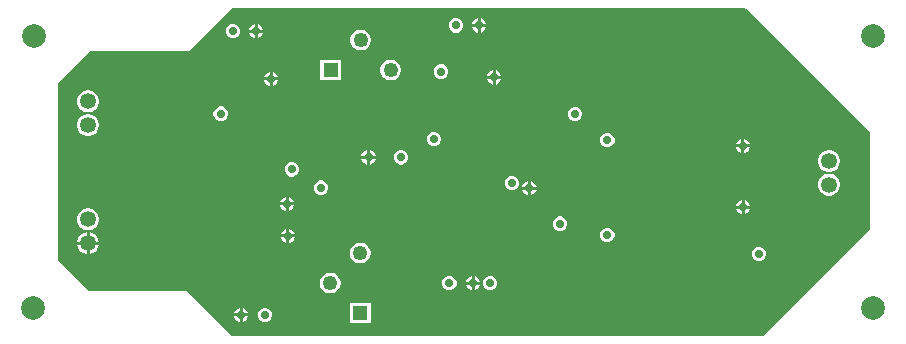
<source format=gbr>
G04*
G04 #@! TF.GenerationSoftware,Altium Limited,Altium Designer,23.8.1 (32)*
G04*
G04 Layer_Physical_Order=3*
G04 Layer_Color=16440176*
%FSLAX43Y43*%
%MOMM*%
G71*
G04*
G04 #@! TF.SameCoordinates,4157314E-2F8B-4695-BFB2-F8FC6B21436D*
G04*
G04*
G04 #@! TF.FilePolarity,Positive*
G04*
G01*
G75*
%ADD42C,1.350*%
%ADD43C,2.000*%
%ADD44R,1.250X1.250*%
%ADD45C,1.250*%
%ADD46R,1.250X1.250*%
%ADD47C,0.700*%
G36*
X73800Y17925D02*
X73800Y9750D01*
X64750Y700D01*
X19775D01*
X15975Y4500D01*
X7625D01*
X5050Y7075D01*
Y22075D01*
X7825Y24850D01*
X16175D01*
X19800Y28475D01*
X63250D01*
X73800Y17925D01*
D02*
G37*
%LPC*%
G36*
X40887Y27576D02*
Y27102D01*
X41361D01*
X41272Y27317D01*
X41102Y27487D01*
X40887Y27576D01*
D02*
G37*
G36*
X40633D02*
X40418Y27487D01*
X40248Y27317D01*
X40159Y27102D01*
X40633D01*
Y27576D01*
D02*
G37*
G36*
X22002Y27076D02*
Y26602D01*
X22476D01*
X22387Y26817D01*
X22217Y26987D01*
X22002Y27076D01*
D02*
G37*
G36*
X21748D02*
X21533Y26987D01*
X21363Y26817D01*
X21274Y26602D01*
X21748D01*
Y27076D01*
D02*
G37*
G36*
X41361Y26848D02*
X40887D01*
Y26374D01*
X41102Y26463D01*
X41272Y26633D01*
X41361Y26848D01*
D02*
G37*
G36*
X40633D02*
X40159D01*
X40248Y26633D01*
X40418Y26463D01*
X40633Y26374D01*
Y26848D01*
D02*
G37*
G36*
X38880Y27579D02*
X38640D01*
X38418Y27487D01*
X38248Y27317D01*
X38156Y27095D01*
Y26855D01*
X38248Y26633D01*
X38418Y26463D01*
X38640Y26371D01*
X38880D01*
X39102Y26463D01*
X39272Y26633D01*
X39364Y26855D01*
Y27095D01*
X39272Y27317D01*
X39102Y27487D01*
X38880Y27579D01*
D02*
G37*
G36*
X22476Y26348D02*
X22002D01*
Y25874D01*
X22217Y25963D01*
X22387Y26133D01*
X22476Y26348D01*
D02*
G37*
G36*
X21748D02*
X21274D01*
X21363Y26133D01*
X21533Y25963D01*
X21748Y25874D01*
Y26348D01*
D02*
G37*
G36*
X19995Y27079D02*
X19755D01*
X19533Y26987D01*
X19363Y26817D01*
X19271Y26595D01*
Y26355D01*
X19363Y26133D01*
X19533Y25963D01*
X19755Y25871D01*
X19995D01*
X20217Y25963D01*
X20387Y26133D01*
X20479Y26355D01*
Y26595D01*
X20387Y26817D01*
X20217Y26987D01*
X19995Y27079D01*
D02*
G37*
G36*
X30816Y26629D02*
X30584D01*
X30361Y26569D01*
X30160Y26453D01*
X29997Y26290D01*
X29881Y26089D01*
X29821Y25866D01*
Y25634D01*
X29881Y25411D01*
X29997Y25210D01*
X30160Y25047D01*
X30361Y24931D01*
X30584Y24871D01*
X30816D01*
X31039Y24931D01*
X31240Y25047D01*
X31403Y25210D01*
X31519Y25411D01*
X31579Y25634D01*
Y25866D01*
X31519Y26089D01*
X31403Y26290D01*
X31240Y26453D01*
X31039Y26569D01*
X30816Y26629D01*
D02*
G37*
G36*
X42157Y23176D02*
Y22702D01*
X42631D01*
X42542Y22917D01*
X42372Y23087D01*
X42157Y23176D01*
D02*
G37*
G36*
X41903D02*
X41688Y23087D01*
X41518Y22917D01*
X41429Y22702D01*
X41903D01*
Y23176D01*
D02*
G37*
G36*
X23277Y23076D02*
Y22602D01*
X23751D01*
X23662Y22817D01*
X23492Y22987D01*
X23277Y23076D01*
D02*
G37*
G36*
X23023D02*
X22808Y22987D01*
X22638Y22817D01*
X22549Y22602D01*
X23023D01*
Y23076D01*
D02*
G37*
G36*
X37645Y23679D02*
X37405D01*
X37183Y23587D01*
X37013Y23417D01*
X36921Y23195D01*
Y22955D01*
X37013Y22733D01*
X37183Y22563D01*
X37405Y22471D01*
X37645D01*
X37867Y22563D01*
X38037Y22733D01*
X38129Y22955D01*
Y23195D01*
X38037Y23417D01*
X37867Y23587D01*
X37645Y23679D01*
D02*
G37*
G36*
X33356Y24089D02*
X33124D01*
X32901Y24029D01*
X32700Y23913D01*
X32537Y23750D01*
X32421Y23549D01*
X32361Y23326D01*
Y23094D01*
X32421Y22871D01*
X32537Y22670D01*
X32700Y22507D01*
X32901Y22391D01*
X33124Y22331D01*
X33356D01*
X33579Y22391D01*
X33780Y22507D01*
X33943Y22670D01*
X34059Y22871D01*
X34119Y23094D01*
Y23326D01*
X34059Y23549D01*
X33943Y23750D01*
X33780Y23913D01*
X33579Y24029D01*
X33356Y24089D01*
D02*
G37*
G36*
X29039D02*
X27281D01*
Y22331D01*
X29039D01*
Y24089D01*
D02*
G37*
G36*
X42631Y22448D02*
X42157D01*
Y21974D01*
X42372Y22063D01*
X42542Y22233D01*
X42631Y22448D01*
D02*
G37*
G36*
X41903D02*
X41429D01*
X41518Y22233D01*
X41688Y22063D01*
X41903Y21974D01*
Y22448D01*
D02*
G37*
G36*
X23751Y22348D02*
X23277D01*
Y21874D01*
X23492Y21963D01*
X23662Y22133D01*
X23751Y22348D01*
D02*
G37*
G36*
X23023D02*
X22549D01*
X22638Y22133D01*
X22808Y21963D01*
X23023Y21874D01*
Y22348D01*
D02*
G37*
G36*
X7749Y21479D02*
X7505D01*
X7268Y21416D01*
X7057Y21293D01*
X6884Y21120D01*
X6761Y20909D01*
X6698Y20672D01*
Y20428D01*
X6761Y20191D01*
X6884Y19980D01*
X7057Y19807D01*
X7268Y19684D01*
X7505Y19621D01*
X7749D01*
X7986Y19684D01*
X8197Y19807D01*
X8370Y19980D01*
X8493Y20191D01*
X8556Y20428D01*
Y20672D01*
X8493Y20909D01*
X8370Y21120D01*
X8197Y21293D01*
X7986Y21416D01*
X7749Y21479D01*
D02*
G37*
G36*
X18970Y20119D02*
X18730D01*
X18508Y20027D01*
X18338Y19857D01*
X18246Y19635D01*
Y19395D01*
X18338Y19173D01*
X18508Y19003D01*
X18730Y18911D01*
X18970D01*
X19192Y19003D01*
X19362Y19173D01*
X19454Y19395D01*
Y19635D01*
X19362Y19857D01*
X19192Y20027D01*
X18970Y20119D01*
D02*
G37*
G36*
X48995Y20079D02*
X48755D01*
X48533Y19987D01*
X48363Y19817D01*
X48271Y19595D01*
Y19355D01*
X48363Y19133D01*
X48533Y18963D01*
X48755Y18871D01*
X48995D01*
X49217Y18963D01*
X49387Y19133D01*
X49479Y19355D01*
Y19595D01*
X49387Y19817D01*
X49217Y19987D01*
X48995Y20079D01*
D02*
G37*
G36*
X7749Y19479D02*
X7505D01*
X7268Y19416D01*
X7057Y19293D01*
X6884Y19120D01*
X6761Y18909D01*
X6698Y18672D01*
Y18428D01*
X6761Y18191D01*
X6884Y17980D01*
X7057Y17807D01*
X7268Y17684D01*
X7505Y17621D01*
X7749D01*
X7986Y17684D01*
X8197Y17807D01*
X8370Y17980D01*
X8493Y18191D01*
X8556Y18428D01*
Y18672D01*
X8493Y18909D01*
X8370Y19120D01*
X8197Y19293D01*
X7986Y19416D01*
X7749Y19479D01*
D02*
G37*
G36*
X63202Y17401D02*
Y16927D01*
X63676D01*
X63587Y17142D01*
X63417Y17312D01*
X63202Y17401D01*
D02*
G37*
G36*
X62948D02*
X62733Y17312D01*
X62563Y17142D01*
X62474Y16927D01*
X62948D01*
Y17401D01*
D02*
G37*
G36*
X37020Y17969D02*
X36780D01*
X36558Y17877D01*
X36388Y17707D01*
X36296Y17485D01*
Y17245D01*
X36388Y17023D01*
X36558Y16853D01*
X36780Y16761D01*
X37020D01*
X37242Y16853D01*
X37412Y17023D01*
X37504Y17245D01*
Y17485D01*
X37412Y17707D01*
X37242Y17877D01*
X37020Y17969D01*
D02*
G37*
G36*
X51720Y17854D02*
X51480D01*
X51258Y17762D01*
X51088Y17592D01*
X50996Y17370D01*
Y17130D01*
X51088Y16908D01*
X51258Y16738D01*
X51480Y16646D01*
X51720D01*
X51942Y16738D01*
X52112Y16908D01*
X52204Y17130D01*
Y17370D01*
X52112Y17592D01*
X51942Y17762D01*
X51720Y17854D01*
D02*
G37*
G36*
X63676Y16673D02*
X63202D01*
Y16199D01*
X63417Y16288D01*
X63587Y16458D01*
X63676Y16673D01*
D02*
G37*
G36*
X62948D02*
X62474D01*
X62563Y16458D01*
X62733Y16288D01*
X62948Y16199D01*
Y16673D01*
D02*
G37*
G36*
X31502Y16401D02*
Y15927D01*
X31976D01*
X31887Y16142D01*
X31717Y16312D01*
X31502Y16401D01*
D02*
G37*
G36*
X31248D02*
X31033Y16312D01*
X30863Y16142D01*
X30774Y15927D01*
X31248D01*
Y16401D01*
D02*
G37*
G36*
X31976Y15673D02*
X31502D01*
Y15199D01*
X31717Y15288D01*
X31887Y15458D01*
X31976Y15673D01*
D02*
G37*
G36*
X31248D02*
X30774D01*
X30863Y15458D01*
X31033Y15288D01*
X31248Y15199D01*
Y15673D01*
D02*
G37*
G36*
X34245Y16404D02*
X34005D01*
X33783Y16312D01*
X33613Y16142D01*
X33521Y15920D01*
Y15680D01*
X33613Y15458D01*
X33783Y15288D01*
X34005Y15196D01*
X34245D01*
X34467Y15288D01*
X34637Y15458D01*
X34729Y15680D01*
Y15920D01*
X34637Y16142D01*
X34467Y16312D01*
X34245Y16404D01*
D02*
G37*
G36*
X70495Y16429D02*
X70251D01*
X70014Y16366D01*
X69803Y16243D01*
X69630Y16070D01*
X69507Y15859D01*
X69444Y15622D01*
Y15378D01*
X69507Y15141D01*
X69630Y14930D01*
X69803Y14757D01*
X70014Y14634D01*
X70251Y14571D01*
X70495D01*
X70732Y14634D01*
X70943Y14757D01*
X71116Y14930D01*
X71239Y15141D01*
X71302Y15378D01*
Y15622D01*
X71239Y15859D01*
X71116Y16070D01*
X70943Y16243D01*
X70732Y16366D01*
X70495Y16429D01*
D02*
G37*
G36*
X24995Y15394D02*
X24755D01*
X24533Y15302D01*
X24363Y15132D01*
X24271Y14910D01*
Y14670D01*
X24363Y14448D01*
X24533Y14278D01*
X24755Y14186D01*
X24995D01*
X25217Y14278D01*
X25387Y14448D01*
X25479Y14670D01*
Y14910D01*
X25387Y15132D01*
X25217Y15302D01*
X24995Y15394D01*
D02*
G37*
G36*
X45127Y13801D02*
Y13327D01*
X45601D01*
X45512Y13542D01*
X45342Y13712D01*
X45127Y13801D01*
D02*
G37*
G36*
X44873D02*
X44658Y13712D01*
X44488Y13542D01*
X44399Y13327D01*
X44873D01*
Y13801D01*
D02*
G37*
G36*
X43620Y14229D02*
X43380D01*
X43158Y14137D01*
X42988Y13967D01*
X42896Y13745D01*
Y13505D01*
X42988Y13283D01*
X43158Y13113D01*
X43380Y13021D01*
X43620D01*
X43842Y13113D01*
X44012Y13283D01*
X44104Y13505D01*
Y13745D01*
X44012Y13967D01*
X43842Y14137D01*
X43620Y14229D01*
D02*
G37*
G36*
X27445Y13854D02*
X27205D01*
X26983Y13762D01*
X26813Y13592D01*
X26721Y13370D01*
Y13130D01*
X26813Y12908D01*
X26983Y12738D01*
X27205Y12646D01*
X27445D01*
X27667Y12738D01*
X27837Y12908D01*
X27929Y13130D01*
Y13370D01*
X27837Y13592D01*
X27667Y13762D01*
X27445Y13854D01*
D02*
G37*
G36*
X45601Y13073D02*
X45127D01*
Y12599D01*
X45342Y12688D01*
X45512Y12858D01*
X45601Y13073D01*
D02*
G37*
G36*
X44873D02*
X44399D01*
X44488Y12858D01*
X44658Y12688D01*
X44873Y12599D01*
Y13073D01*
D02*
G37*
G36*
X70495Y14429D02*
X70251D01*
X70014Y14366D01*
X69803Y14243D01*
X69630Y14070D01*
X69507Y13859D01*
X69444Y13622D01*
Y13378D01*
X69507Y13141D01*
X69630Y12930D01*
X69803Y12757D01*
X70014Y12634D01*
X70251Y12571D01*
X70495D01*
X70732Y12634D01*
X70943Y12757D01*
X71116Y12930D01*
X71239Y13141D01*
X71302Y13378D01*
Y13622D01*
X71239Y13859D01*
X71116Y14070D01*
X70943Y14243D01*
X70732Y14366D01*
X70495Y14429D01*
D02*
G37*
G36*
X24627Y12486D02*
Y12012D01*
X25101D01*
X25012Y12227D01*
X24842Y12397D01*
X24627Y12486D01*
D02*
G37*
G36*
X24373D02*
X24158Y12397D01*
X23988Y12227D01*
X23899Y12012D01*
X24373D01*
Y12486D01*
D02*
G37*
G36*
X63227Y12201D02*
Y11727D01*
X63701D01*
X63612Y11942D01*
X63442Y12112D01*
X63227Y12201D01*
D02*
G37*
G36*
X62973D02*
X62758Y12112D01*
X62588Y11942D01*
X62499Y11727D01*
X62973D01*
Y12201D01*
D02*
G37*
G36*
X25101Y11758D02*
X24627D01*
Y11284D01*
X24842Y11373D01*
X25012Y11543D01*
X25101Y11758D01*
D02*
G37*
G36*
X24373D02*
X23899D01*
X23988Y11543D01*
X24158Y11373D01*
X24373Y11284D01*
Y11758D01*
D02*
G37*
G36*
X63701Y11473D02*
X63227D01*
Y10999D01*
X63442Y11088D01*
X63612Y11258D01*
X63701Y11473D01*
D02*
G37*
G36*
X62973D02*
X62499D01*
X62588Y11258D01*
X62758Y11088D01*
X62973Y10999D01*
Y11473D01*
D02*
G37*
G36*
X7749Y11479D02*
X7505D01*
X7268Y11416D01*
X7057Y11293D01*
X6884Y11120D01*
X6761Y10909D01*
X6698Y10672D01*
Y10428D01*
X6761Y10191D01*
X6884Y9980D01*
X7057Y9807D01*
X7268Y9684D01*
X7505Y9621D01*
X7749D01*
X7986Y9684D01*
X8197Y9807D01*
X8370Y9980D01*
X8493Y10191D01*
X8556Y10428D01*
Y10672D01*
X8493Y10909D01*
X8370Y11120D01*
X8197Y11293D01*
X7986Y11416D01*
X7749Y11479D01*
D02*
G37*
G36*
X47720Y10804D02*
X47480D01*
X47258Y10712D01*
X47088Y10542D01*
X46996Y10320D01*
Y10080D01*
X47088Y9858D01*
X47258Y9688D01*
X47480Y9596D01*
X47720D01*
X47942Y9688D01*
X48112Y9858D01*
X48204Y10080D01*
Y10320D01*
X48112Y10542D01*
X47942Y10712D01*
X47720Y10804D01*
D02*
G37*
G36*
X24652Y9776D02*
Y9302D01*
X25126D01*
X25037Y9517D01*
X24867Y9687D01*
X24652Y9776D01*
D02*
G37*
G36*
X24398D02*
X24183Y9687D01*
X24013Y9517D01*
X23924Y9302D01*
X24398D01*
Y9776D01*
D02*
G37*
G36*
X7754Y9478D02*
Y8677D01*
X8555D01*
X8493Y8909D01*
X8370Y9120D01*
X8197Y9293D01*
X7986Y9416D01*
X7754Y9478D01*
D02*
G37*
G36*
X7500D02*
X7268Y9416D01*
X7057Y9293D01*
X6884Y9120D01*
X6761Y8909D01*
X6699Y8677D01*
X7500D01*
Y9478D01*
D02*
G37*
G36*
X51720Y9854D02*
X51480D01*
X51258Y9762D01*
X51088Y9592D01*
X50996Y9370D01*
Y9130D01*
X51088Y8908D01*
X51258Y8738D01*
X51480Y8646D01*
X51720D01*
X51942Y8738D01*
X52112Y8908D01*
X52204Y9130D01*
Y9370D01*
X52112Y9592D01*
X51942Y9762D01*
X51720Y9854D01*
D02*
G37*
G36*
X25126Y9048D02*
X24652D01*
Y8574D01*
X24867Y8663D01*
X25037Y8833D01*
X25126Y9048D01*
D02*
G37*
G36*
X24398D02*
X23924D01*
X24013Y8833D01*
X24183Y8663D01*
X24398Y8574D01*
Y9048D01*
D02*
G37*
G36*
X7500Y8423D02*
X6699D01*
X6761Y8191D01*
X6884Y7980D01*
X7057Y7807D01*
X7268Y7684D01*
X7500Y7622D01*
Y8423D01*
D02*
G37*
G36*
X8555D02*
X7754D01*
Y7622D01*
X7986Y7684D01*
X8197Y7807D01*
X8370Y7980D01*
X8493Y8191D01*
X8555Y8423D01*
D02*
G37*
G36*
X64545Y8254D02*
X64305D01*
X64083Y8162D01*
X63913Y7992D01*
X63821Y7770D01*
Y7530D01*
X63913Y7308D01*
X64083Y7138D01*
X64305Y7046D01*
X64545D01*
X64767Y7138D01*
X64937Y7308D01*
X65029Y7530D01*
Y7770D01*
X64937Y7992D01*
X64767Y8162D01*
X64545Y8254D01*
D02*
G37*
G36*
X30781Y8594D02*
X30549D01*
X30326Y8534D01*
X30125Y8418D01*
X29962Y8255D01*
X29846Y8054D01*
X29786Y7831D01*
Y7599D01*
X29846Y7376D01*
X29962Y7175D01*
X30125Y7012D01*
X30326Y6896D01*
X30549Y6836D01*
X30781D01*
X31004Y6896D01*
X31205Y7012D01*
X31368Y7175D01*
X31484Y7376D01*
X31544Y7599D01*
Y7831D01*
X31484Y8054D01*
X31368Y8255D01*
X31205Y8418D01*
X31004Y8534D01*
X30781Y8594D01*
D02*
G37*
G36*
X40352Y5751D02*
Y5277D01*
X40826D01*
X40737Y5492D01*
X40567Y5662D01*
X40352Y5751D01*
D02*
G37*
G36*
X40098D02*
X39883Y5662D01*
X39713Y5492D01*
X39624Y5277D01*
X40098D01*
Y5751D01*
D02*
G37*
G36*
X40826Y5023D02*
X40352D01*
Y4549D01*
X40567Y4638D01*
X40737Y4808D01*
X40826Y5023D01*
D02*
G37*
G36*
X40098D02*
X39624D01*
X39713Y4808D01*
X39883Y4638D01*
X40098Y4549D01*
Y5023D01*
D02*
G37*
G36*
X41795Y5754D02*
X41555D01*
X41333Y5662D01*
X41163Y5492D01*
X41071Y5270D01*
Y5030D01*
X41163Y4808D01*
X41333Y4638D01*
X41555Y4546D01*
X41795D01*
X42017Y4638D01*
X42187Y4808D01*
X42279Y5030D01*
Y5270D01*
X42187Y5492D01*
X42017Y5662D01*
X41795Y5754D01*
D02*
G37*
G36*
X38345D02*
X38105D01*
X37883Y5662D01*
X37713Y5492D01*
X37621Y5270D01*
Y5030D01*
X37713Y4808D01*
X37883Y4638D01*
X38105Y4546D01*
X38345D01*
X38567Y4638D01*
X38737Y4808D01*
X38829Y5030D01*
Y5270D01*
X38737Y5492D01*
X38567Y5662D01*
X38345Y5754D01*
D02*
G37*
G36*
X28241Y6054D02*
X28009D01*
X27786Y5994D01*
X27585Y5878D01*
X27422Y5715D01*
X27306Y5514D01*
X27246Y5291D01*
Y5059D01*
X27306Y4836D01*
X27422Y4635D01*
X27585Y4472D01*
X27786Y4356D01*
X28009Y4296D01*
X28241D01*
X28464Y4356D01*
X28665Y4472D01*
X28828Y4635D01*
X28944Y4836D01*
X29004Y5059D01*
Y5291D01*
X28944Y5514D01*
X28828Y5715D01*
X28665Y5878D01*
X28464Y5994D01*
X28241Y6054D01*
D02*
G37*
G36*
X20727Y3076D02*
Y2602D01*
X21201D01*
X21112Y2817D01*
X20942Y2987D01*
X20727Y3076D01*
D02*
G37*
G36*
X20473D02*
X20258Y2987D01*
X20088Y2817D01*
X19999Y2602D01*
X20473D01*
Y3076D01*
D02*
G37*
G36*
X21201Y2348D02*
X20727D01*
Y1874D01*
X20942Y1963D01*
X21112Y2133D01*
X21201Y2348D01*
D02*
G37*
G36*
X20473D02*
X19999D01*
X20088Y2133D01*
X20258Y1963D01*
X20473Y1874D01*
Y2348D01*
D02*
G37*
G36*
X22735Y3079D02*
X22495D01*
X22273Y2987D01*
X22103Y2817D01*
X22011Y2595D01*
Y2355D01*
X22103Y2133D01*
X22273Y1963D01*
X22495Y1871D01*
X22735D01*
X22957Y1963D01*
X23127Y2133D01*
X23219Y2355D01*
Y2595D01*
X23127Y2817D01*
X22957Y2987D01*
X22735Y3079D01*
D02*
G37*
G36*
X31544Y3514D02*
X29786D01*
Y1756D01*
X31544D01*
Y3514D01*
D02*
G37*
%LPD*%
D42*
X7627Y20550D02*
D03*
Y18550D02*
D03*
Y10550D02*
D03*
Y8550D02*
D03*
X70373Y13500D02*
D03*
Y15500D02*
D03*
D43*
X3000Y3050D02*
D03*
X3050Y26050D02*
D03*
X74050Y3050D02*
D03*
Y26050D02*
D03*
D44*
X28160Y23210D02*
D03*
D45*
X30700Y25750D02*
D03*
X33240Y23210D02*
D03*
X28125Y5175D02*
D03*
X30665Y7715D02*
D03*
D46*
Y2635D02*
D03*
D47*
X24875Y14790D02*
D03*
X34125Y15800D02*
D03*
X43500Y13625D02*
D03*
X51600Y9250D02*
D03*
X47600Y10200D02*
D03*
X51600Y17250D02*
D03*
X64425Y7650D02*
D03*
X63100Y11600D02*
D03*
X63075Y16800D02*
D03*
X40760Y26975D02*
D03*
X20600Y2475D02*
D03*
X24500Y11885D02*
D03*
X21875Y26475D02*
D03*
X23150Y22475D02*
D03*
X22615Y2475D02*
D03*
X24525Y9175D02*
D03*
X27325Y13250D02*
D03*
X48875Y19475D02*
D03*
X45000Y13200D02*
D03*
X41675Y5150D02*
D03*
X36900Y17365D02*
D03*
X37525Y23075D02*
D03*
X40225Y5150D02*
D03*
X42030Y22575D02*
D03*
X31375Y15800D02*
D03*
X38760Y26975D02*
D03*
X19875Y26475D02*
D03*
X38225Y5150D02*
D03*
X18850Y19515D02*
D03*
M02*

</source>
